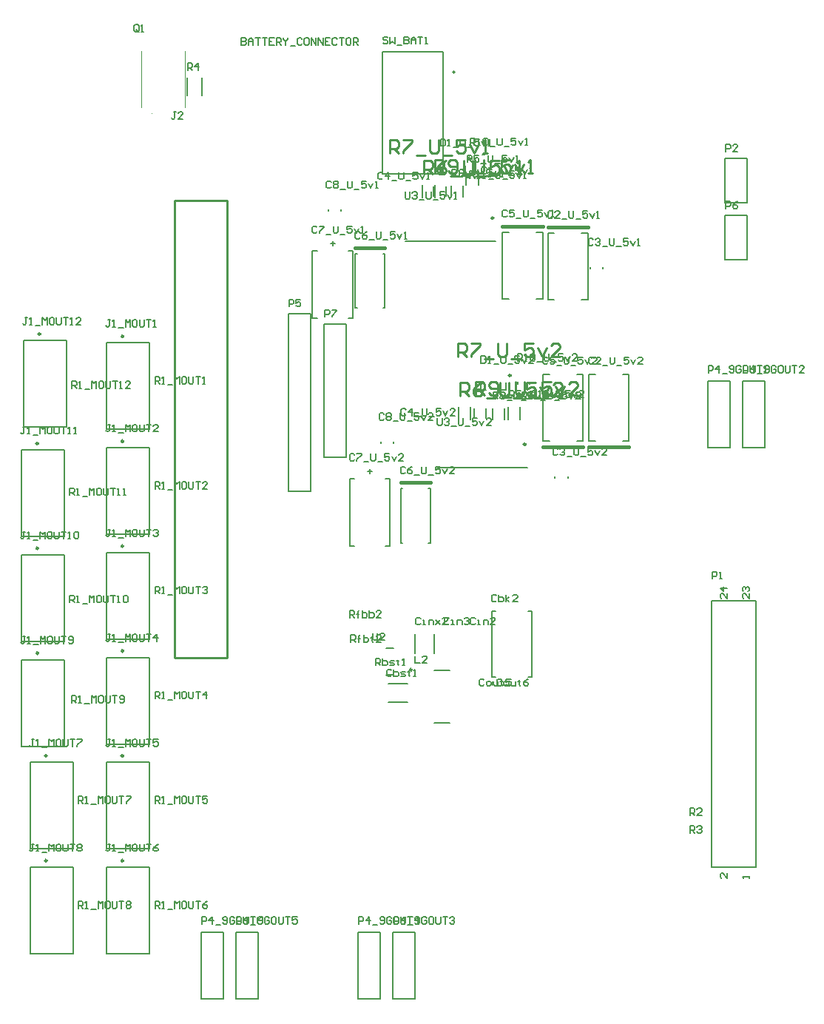
<source format=gto>
G04*
G04 #@! TF.GenerationSoftware,Altium Limited,Altium Designer,21.2.2 (38)*
G04*
G04 Layer_Color=65535*
%FSLAX25Y25*%
%MOIN*%
G70*
G04*
G04 #@! TF.SameCoordinates,CEF95F07-8C43-49F3-AA8E-E0B24A2A1908*
G04*
G04*
G04 #@! TF.FilePolarity,Positive*
G04*
G01*
G75*
%ADD10C,0.00984*%
%ADD11C,0.00394*%
%ADD12C,0.00787*%
%ADD13C,0.01575*%
%ADD14C,0.01000*%
D10*
X237913Y260256D02*
G03*
X237913Y260256I-492J0D01*
G01*
X19193Y309842D02*
G03*
X19193Y309842I-492J0D01*
G01*
X223386Y362205D02*
G03*
X223386Y362205I-492J0D01*
G01*
X212933Y388957D02*
G03*
X212933Y388957I-492J0D01*
G01*
X18299Y166142D02*
G03*
X18299Y166142I-492J0D01*
G01*
X231201Y291240D02*
G03*
X231201Y291240I-492J0D01*
G01*
X18209Y260630D02*
G03*
X18209Y260630I-492J0D01*
G01*
Y213386D02*
G03*
X18209Y213386I-492J0D01*
G01*
X223248Y152362D02*
G03*
X223248Y152362I-492J0D01*
G01*
X22146Y72638D02*
G03*
X22146Y72638I-492J0D01*
G01*
X186634Y158661D02*
G03*
X186634Y158661I-492J0D01*
G01*
X56594Y308858D02*
G03*
X56594Y308858I-492J0D01*
G01*
Y261614D02*
G03*
X56594Y261614I-492J0D01*
G01*
X56594Y214370D02*
G03*
X56594Y214370I-492J0D01*
G01*
Y167126D02*
G03*
X56594Y167126I-492J0D01*
G01*
X56594Y119882D02*
G03*
X56594Y119882I-492J0D01*
G01*
Y72638D02*
G03*
X56594Y72638I-492J0D01*
G01*
X22146Y119882D02*
G03*
X22146Y119882I-492J0D01*
G01*
D11*
X69331Y409055D02*
G03*
X69724Y409055I197J0D01*
G01*
D02*
G03*
X69331Y409055I-197J0D01*
G01*
X64705Y412205D02*
Y437402D01*
X84193Y412205D02*
Y437402D01*
D12*
X205815Y427886D02*
G03*
X205815Y427886I-484J0D01*
G01*
X198228Y249823D02*
X238779D01*
X227402Y325768D02*
X230256D01*
X227402Y355689D02*
X230256D01*
X242657Y325768D02*
X245512D01*
X242657Y355689D02*
X245512D01*
X227402Y325768D02*
Y355689D01*
X245512Y325768D02*
Y355689D01*
X11614Y267913D02*
X30906D01*
Y306890D01*
X11614D02*
X30906D01*
X11614Y267913D02*
Y306890D01*
X172736Y260728D02*
Y261319D01*
X178445Y260728D02*
Y261319D01*
X201811Y372126D02*
Y376260D01*
X196299Y372126D02*
Y376260D01*
X196836Y371294D02*
Y377092D01*
X191432Y371294D02*
Y377092D01*
X183701Y351772D02*
X224252D01*
X218248Y390728D02*
X219232D01*
X218248Y385216D02*
X219232D01*
X204272Y371688D02*
Y376698D01*
X209587Y371688D02*
Y376698D01*
X211117Y377200D02*
Y382997D01*
X216521Y377200D02*
Y382997D01*
X199213Y382461D02*
X201811D01*
X199213D02*
Y385669D01*
X208110Y382461D02*
X210709D01*
Y385669D01*
X148957Y365335D02*
Y365925D01*
X154665Y365335D02*
Y365925D01*
X159882Y317008D02*
Y347323D01*
X141772Y317008D02*
X143799D01*
X157854D02*
X159882D01*
X141772D02*
Y347323D01*
X143799D01*
X157854D02*
X159882D01*
X150827Y349685D02*
Y351654D01*
X149843Y350669D02*
X151811D01*
X161063Y321732D02*
X161850D01*
X161063Y346142D02*
X161850D01*
X173661Y321732D02*
X174449D01*
X173661Y346142D02*
X174449D01*
X161063Y321732D02*
Y346142D01*
X174449Y321732D02*
Y346142D01*
X272776Y339449D02*
Y340039D01*
X267067Y339449D02*
Y340039D01*
X265945Y325295D02*
Y355217D01*
X247835Y325295D02*
Y355217D01*
X263090D02*
X265945D01*
X263090Y325295D02*
X265945D01*
X247835Y355217D02*
X250689D01*
X247835Y325295D02*
X250689D01*
X10720Y124213D02*
X30012D01*
Y163189D01*
X10720D02*
X30012D01*
X10720Y124213D02*
Y163189D01*
X220079Y272146D02*
Y276279D01*
X214567Y272146D02*
Y276279D01*
X212938Y271224D02*
Y277021D01*
X207535Y271224D02*
Y277021D01*
X239764Y287500D02*
Y288484D01*
X234252Y287500D02*
Y288484D01*
X228248Y271421D02*
Y276431D01*
X222933Y271421D02*
Y276431D01*
X235379Y271224D02*
Y277021D01*
X229975Y271224D02*
Y277021D01*
X228976Y284744D02*
Y287953D01*
X226378Y284744D02*
X228976D01*
X217480D02*
Y287953D01*
Y284744D02*
X220079D01*
X166732Y248130D02*
X168701D01*
X167717Y247146D02*
Y249114D01*
X174744Y244783D02*
X176772D01*
X158661D02*
X160689D01*
X158661Y214469D02*
Y244783D01*
X174744Y214469D02*
X176772D01*
X158661D02*
X160689D01*
X176772D02*
Y244783D01*
X194882Y215846D02*
Y240256D01*
X181496Y215846D02*
Y240256D01*
X194095D02*
X194882D01*
X194095Y215846D02*
X194882D01*
X181496Y240256D02*
X182283D01*
X181496Y215846D02*
X182283D01*
X260925Y291732D02*
X263779D01*
X260925Y261811D02*
X263779D01*
X245669Y291732D02*
X248524D01*
X245669Y261811D02*
X248524D01*
X263779D02*
Y291732D01*
X245669Y261811D02*
Y291732D01*
X251083Y244980D02*
Y245571D01*
X256791Y244980D02*
Y245571D01*
X281594Y291732D02*
X284449D01*
X281594Y261811D02*
X284449D01*
X266339Y291732D02*
X269193D01*
X266339Y261811D02*
X269193D01*
X284449D02*
Y291732D01*
X266339Y261811D02*
Y291732D01*
X10630Y218701D02*
Y257677D01*
X29921D01*
Y218701D02*
Y257677D01*
X10630Y218701D02*
X29921D01*
X10630Y171457D02*
Y210433D01*
X29921D01*
Y171457D02*
Y210433D01*
X10630Y171457D02*
X29921D01*
X146968Y314528D02*
X156968D01*
X146968Y254528D02*
X156968D01*
X146968D02*
Y314528D01*
X156968Y254528D02*
Y314528D01*
X321614Y189803D02*
X341614D01*
X321614Y69803D02*
X341614D01*
X321614D02*
Y189803D01*
X341614Y69803D02*
Y189803D01*
X239095Y185039D02*
X240473D01*
X222756D02*
X224134D01*
X222756Y155512D02*
X224134D01*
X239095D02*
X240473D01*
Y185039D01*
X222756Y155512D02*
Y185039D01*
X196772Y158464D02*
X203465D01*
X196772Y134842D02*
X203465D01*
X14567Y30709D02*
Y69685D01*
X33858D01*
Y30709D02*
Y69685D01*
X14567Y30709D02*
X33858D01*
X130827Y319094D02*
X140827D01*
Y239094D02*
Y319094D01*
X130827Y239094D02*
X140827D01*
X130827D02*
Y319094D01*
X91457Y10433D02*
Y40433D01*
Y10433D02*
X101457D01*
Y40433D01*
X91457D02*
X101457D01*
X327677Y343268D02*
Y363268D01*
Y343268D02*
X337677D01*
Y363268D01*
X327677D02*
X337677D01*
X174823Y168405D02*
X178170D01*
X174823Y156398D02*
X178170D01*
X92028Y417299D02*
Y425221D01*
X85138Y417299D02*
Y425221D01*
X196476Y165945D02*
Y174606D01*
X188012Y165945D02*
Y174606D01*
X200787Y381890D02*
Y437008D01*
X173228Y381890D02*
X200787D01*
X173228D02*
Y437008D01*
X200787D01*
X176102Y152461D02*
X184764D01*
X176102Y143996D02*
X184764D01*
X49016Y266929D02*
X68307D01*
Y305905D01*
X49016D02*
X68307D01*
X49016Y266929D02*
Y305905D01*
Y219685D02*
X68307D01*
Y258661D01*
X49016D02*
X68307D01*
X49016Y219685D02*
Y258661D01*
Y172441D02*
X68307D01*
Y211417D01*
X49016D02*
X68307D01*
X49016Y172441D02*
Y211417D01*
Y125197D02*
X68307D01*
Y164173D01*
X49016D02*
X68307D01*
X49016Y125197D02*
Y164173D01*
Y77953D02*
Y116929D01*
X68307D01*
Y77953D02*
Y116929D01*
X49016Y77953D02*
X68307D01*
X49016Y30709D02*
Y69685D01*
X68307D01*
Y30709D02*
Y69685D01*
X49016Y30709D02*
X68307D01*
X14567Y77953D02*
Y116929D01*
X33858D01*
Y77953D02*
Y116929D01*
X14567Y77953D02*
X33858D01*
X327677Y369016D02*
Y389016D01*
X337677D01*
X327677Y369016D02*
X337677D01*
Y389016D01*
X319803Y258780D02*
X329803D01*
X319803D02*
Y288780D01*
X329803D01*
Y258780D02*
Y288780D01*
X345551Y258780D02*
Y288780D01*
X335551D02*
X345551D01*
X335551Y258780D02*
Y288780D01*
Y258780D02*
X345551D01*
X178071Y10433D02*
Y40433D01*
Y10433D02*
X188071D01*
Y40433D01*
X178071D02*
X188071D01*
X162323D02*
X172323D01*
Y10433D02*
Y40433D01*
X162323Y10433D02*
X172323D01*
X162323D02*
Y40433D01*
X107205Y10433D02*
Y40433D01*
Y10433D02*
X117205D01*
Y40433D01*
X107205D02*
X117205D01*
X198083Y271923D02*
Y269299D01*
X198607Y268774D01*
X199657D01*
X200182Y269299D01*
Y271923D01*
X201231Y271398D02*
X201756Y271923D01*
X202806D01*
X203330Y271398D01*
Y270873D01*
X202806Y270348D01*
X202281D01*
X202806D01*
X203330Y269824D01*
Y269299D01*
X202806Y268774D01*
X201756D01*
X201231Y269299D01*
X204380Y268249D02*
X206479D01*
X207528Y271923D02*
Y269299D01*
X208053Y268774D01*
X209103D01*
X209628Y269299D01*
Y271923D01*
X210677Y268249D02*
X212776D01*
X215925Y271923D02*
X213826D01*
Y270348D01*
X214875Y270873D01*
X215400D01*
X215925Y270348D01*
Y269299D01*
X215400Y268774D01*
X214350D01*
X213826Y269299D01*
X216974Y270873D02*
X218024Y268774D01*
X219073Y270873D01*
X222222Y268774D02*
X220123D01*
X222222Y270873D01*
Y271398D01*
X221697Y271923D01*
X220648D01*
X220123Y271398D01*
X338614Y64803D02*
Y65853D01*
Y65328D01*
X335466D01*
X335990Y64803D01*
X328614Y66902D02*
Y64803D01*
X326515Y66902D01*
X325990D01*
X325466Y66377D01*
Y65328D01*
X325990Y64803D01*
X338614Y192902D02*
Y190803D01*
X336515Y192902D01*
X335990D01*
X335466Y192377D01*
Y191328D01*
X335990Y190803D01*
Y193952D02*
X335466Y194476D01*
Y195526D01*
X335990Y196051D01*
X336515D01*
X337040Y195526D01*
Y195001D01*
Y195526D01*
X337565Y196051D01*
X338089D01*
X338614Y195526D01*
Y194476D01*
X338089Y193952D01*
X328614Y192902D02*
Y190803D01*
X326515Y192902D01*
X325990D01*
X325466Y192377D01*
Y191328D01*
X325990Y190803D01*
X328614Y195526D02*
X325466D01*
X327040Y193952D01*
Y196051D01*
X183583Y373923D02*
Y371299D01*
X184107Y370774D01*
X185157D01*
X185682Y371299D01*
Y373923D01*
X186731Y373398D02*
X187256Y373923D01*
X188306D01*
X188830Y373398D01*
Y372873D01*
X188306Y372348D01*
X187781D01*
X188306D01*
X188830Y371824D01*
Y371299D01*
X188306Y370774D01*
X187256D01*
X186731Y371299D01*
X189880Y370249D02*
X191979D01*
X193028Y373923D02*
Y371299D01*
X193553Y370774D01*
X194603D01*
X195127Y371299D01*
Y373923D01*
X196177Y370249D02*
X198276D01*
X201425Y373923D02*
X199326D01*
Y372348D01*
X200375Y372873D01*
X200900D01*
X201425Y372348D01*
Y371299D01*
X200900Y370774D01*
X199850D01*
X199326Y371299D01*
X202474Y372873D02*
X203524Y370774D01*
X204573Y372873D01*
X205623Y370774D02*
X206672D01*
X206148D01*
Y373923D01*
X205623Y373398D01*
X236283Y280674D02*
Y283823D01*
X237857D01*
X238382Y283298D01*
Y282248D01*
X237857Y281723D01*
X236283D01*
X237332D02*
X238382Y280674D01*
X239431D02*
X240481D01*
X239956D01*
Y283823D01*
X239431Y283298D01*
X242055Y280674D02*
X243105D01*
X242580D01*
Y283823D01*
X242055Y283298D01*
X244679Y280149D02*
X246778D01*
X247828Y283823D02*
Y281199D01*
X248352Y280674D01*
X249402D01*
X249927Y281199D01*
Y283823D01*
X250976Y280149D02*
X253075D01*
X256224Y283823D02*
X254125D01*
Y282248D01*
X255174Y282773D01*
X255699D01*
X256224Y282248D01*
Y281199D01*
X255699Y280674D01*
X254649D01*
X254125Y281199D01*
X257273Y282773D02*
X258323Y280674D01*
X259372Y282773D01*
X262521Y280674D02*
X260422D01*
X262521Y282773D01*
Y283298D01*
X261996Y283823D01*
X260947D01*
X260422Y283298D01*
X212783Y380174D02*
Y383323D01*
X214357D01*
X214882Y382798D01*
Y381748D01*
X214357Y381224D01*
X212783D01*
X213832D02*
X214882Y380174D01*
X215931D02*
X216981D01*
X216456D01*
Y383323D01*
X215931Y382798D01*
X218555Y380174D02*
X219605D01*
X219080D01*
Y383323D01*
X218555Y382798D01*
X221179Y379649D02*
X223278D01*
X224327Y383323D02*
Y380699D01*
X224852Y380174D01*
X225902D01*
X226427Y380699D01*
Y383323D01*
X227476Y379649D02*
X229575D01*
X232724Y383323D02*
X230625D01*
Y381748D01*
X231674Y382273D01*
X232199D01*
X232724Y381748D01*
Y380699D01*
X232199Y380174D01*
X231150D01*
X230625Y380699D01*
X233773Y382273D02*
X234823Y380174D01*
X235872Y382273D01*
X236922Y380174D02*
X237971D01*
X237447D01*
Y383323D01*
X236922Y382798D01*
X234183Y297774D02*
Y300923D01*
X235757D01*
X236282Y300398D01*
Y299348D01*
X235757Y298823D01*
X234183D01*
X235232D02*
X236282Y297774D01*
X237331D02*
X238381D01*
X237856D01*
Y300923D01*
X237331Y300398D01*
X239955D02*
X240480Y300923D01*
X241529D01*
X242054Y300398D01*
Y298299D01*
X241529Y297774D01*
X240480D01*
X239955Y298299D01*
Y300398D01*
X243104Y297249D02*
X245203D01*
X246252Y300923D02*
Y298299D01*
X246777Y297774D01*
X247827D01*
X248351Y298299D01*
Y300923D01*
X249401Y297249D02*
X251500D01*
X254648Y300923D02*
X252550D01*
Y299348D01*
X253599Y299873D01*
X254124D01*
X254648Y299348D01*
Y298299D01*
X254124Y297774D01*
X253074D01*
X252550Y298299D01*
X255698Y299873D02*
X256748Y297774D01*
X257797Y299873D01*
X260946Y297774D02*
X258847D01*
X260946Y299873D01*
Y300398D01*
X260421Y300923D01*
X259371D01*
X258847Y300398D01*
X212983Y394974D02*
Y398123D01*
X214557D01*
X215082Y397598D01*
Y396548D01*
X214557Y396024D01*
X212983D01*
X214032D02*
X215082Y394974D01*
X216131D02*
X217181D01*
X216656D01*
Y398123D01*
X216131Y397598D01*
X218755D02*
X219280Y398123D01*
X220329D01*
X220854Y397598D01*
Y395499D01*
X220329Y394974D01*
X219280D01*
X218755Y395499D01*
Y397598D01*
X221904Y394449D02*
X224003D01*
X225052Y398123D02*
Y395499D01*
X225577Y394974D01*
X226627D01*
X227151Y395499D01*
Y398123D01*
X228201Y394449D02*
X230300D01*
X233449Y398123D02*
X231349D01*
Y396548D01*
X232399Y397073D01*
X232924D01*
X233449Y396548D01*
Y395499D01*
X232924Y394974D01*
X231874D01*
X231349Y395499D01*
X234498Y397073D02*
X235548Y394974D01*
X236597Y397073D01*
X237647Y394974D02*
X238696D01*
X238171D01*
Y398123D01*
X237647Y397598D01*
X223283Y280574D02*
Y283723D01*
X224857D01*
X225382Y283198D01*
Y282148D01*
X224857Y281624D01*
X223283D01*
X224332D02*
X225382Y280574D01*
X226431Y283198D02*
X226956Y283723D01*
X228006D01*
X228530Y283198D01*
Y282673D01*
X228006Y282148D01*
X228530Y281624D01*
Y281099D01*
X228006Y280574D01*
X226956D01*
X226431Y281099D01*
Y281624D01*
X226956Y282148D01*
X226431Y282673D01*
Y283198D01*
X226956Y282148D02*
X228006D01*
X229580Y280049D02*
X231679D01*
X232729Y283723D02*
Y281099D01*
X233253Y280574D01*
X234303D01*
X234827Y281099D01*
Y283723D01*
X235877Y280049D02*
X237976D01*
X241125Y283723D02*
X239026D01*
Y282148D01*
X240075Y282673D01*
X240600D01*
X241125Y282148D01*
Y281099D01*
X240600Y280574D01*
X239550D01*
X239026Y281099D01*
X242174Y282673D02*
X243224Y280574D01*
X244273Y282673D01*
X247422Y280574D02*
X245323D01*
X247422Y282673D01*
Y283198D01*
X246897Y283723D01*
X245848D01*
X245323Y283198D01*
X204683Y380774D02*
Y383923D01*
X206257D01*
X206782Y383398D01*
Y382348D01*
X206257Y381823D01*
X204683D01*
X205732D02*
X206782Y380774D01*
X207831Y383398D02*
X208356Y383923D01*
X209406D01*
X209930Y383398D01*
Y382873D01*
X209406Y382348D01*
X209930Y381823D01*
Y381299D01*
X209406Y380774D01*
X208356D01*
X207831Y381299D01*
Y381823D01*
X208356Y382348D01*
X207831Y382873D01*
Y383398D01*
X208356Y382348D02*
X209406D01*
X210980Y380249D02*
X213079D01*
X214128Y383923D02*
Y381299D01*
X214653Y380774D01*
X215703D01*
X216228Y381299D01*
Y383923D01*
X217277Y380249D02*
X219376D01*
X222525Y383923D02*
X220426D01*
Y382348D01*
X221475Y382873D01*
X222000D01*
X222525Y382348D01*
Y381299D01*
X222000Y380774D01*
X220950D01*
X220426Y381299D01*
X223574Y382873D02*
X224624Y380774D01*
X225673Y382873D01*
X226723Y380774D02*
X227772D01*
X227248D01*
Y383923D01*
X226723Y383398D01*
X230383Y281274D02*
Y284423D01*
X231957D01*
X232482Y283898D01*
Y282848D01*
X231957Y282324D01*
X230383D01*
X231432D02*
X232482Y281274D01*
X235630Y284423D02*
X233531D01*
Y282848D01*
X234581Y283373D01*
X235106D01*
X235630Y282848D01*
Y281799D01*
X235106Y281274D01*
X234056D01*
X233531Y281799D01*
X236680Y280749D02*
X238779D01*
X239828Y284423D02*
Y281799D01*
X240353Y281274D01*
X241403D01*
X241928Y281799D01*
Y284423D01*
X242977Y280749D02*
X245076D01*
X248225Y284423D02*
X246126D01*
Y282848D01*
X247175Y283373D01*
X247700D01*
X248225Y282848D01*
Y281799D01*
X247700Y281274D01*
X246650D01*
X246126Y281799D01*
X249274Y283373D02*
X250324Y281274D01*
X251373Y283373D01*
X254522Y281274D02*
X252423D01*
X254522Y283373D01*
Y283898D01*
X253997Y284423D01*
X252948D01*
X252423Y283898D01*
X211483Y387274D02*
Y390423D01*
X213057D01*
X213582Y389898D01*
Y388848D01*
X213057Y388323D01*
X211483D01*
X212532D02*
X213582Y387274D01*
X216730Y390423D02*
X214631D01*
Y388848D01*
X215681Y389373D01*
X216206D01*
X216730Y388848D01*
Y387799D01*
X216206Y387274D01*
X215156D01*
X214631Y387799D01*
X217780Y386749D02*
X219879D01*
X220929Y390423D02*
Y387799D01*
X221453Y387274D01*
X222503D01*
X223027Y387799D01*
Y390423D01*
X224077Y386749D02*
X226176D01*
X229325Y390423D02*
X227226D01*
Y388848D01*
X228275Y389373D01*
X228800D01*
X229325Y388848D01*
Y387799D01*
X228800Y387274D01*
X227750D01*
X227226Y387799D01*
X230374Y389373D02*
X231424Y387274D01*
X232473Y389373D01*
X233523Y387274D02*
X234572D01*
X234048D01*
Y390423D01*
X233523Y389898D01*
X217783Y299923D02*
Y296774D01*
X219357D01*
X219882Y297299D01*
Y299398D01*
X219357Y299923D01*
X217783D01*
X220931Y296774D02*
X221981D01*
X221456D01*
Y299923D01*
X220931Y299398D01*
X223555Y296249D02*
X225654D01*
X226704Y299923D02*
Y297299D01*
X227228Y296774D01*
X228278D01*
X228803Y297299D01*
Y299923D01*
X229852Y296249D02*
X231951D01*
X235100Y299923D02*
X233001D01*
Y298348D01*
X234050Y298873D01*
X234575D01*
X235100Y298348D01*
Y297299D01*
X234575Y296774D01*
X233526D01*
X233001Y297299D01*
X236150Y298873D02*
X237199Y296774D01*
X238248Y298873D01*
X241397Y296774D02*
X239298D01*
X241397Y298873D01*
Y299398D01*
X240872Y299923D01*
X239823D01*
X239298Y299398D01*
X199483Y397723D02*
Y394574D01*
X201057D01*
X201582Y395099D01*
Y397198D01*
X201057Y397723D01*
X199483D01*
X202631Y394574D02*
X203681D01*
X203156D01*
Y397723D01*
X202631Y397198D01*
X205255Y394049D02*
X207354D01*
X208404Y397723D02*
Y395099D01*
X208928Y394574D01*
X209978D01*
X210503Y395099D01*
Y397723D01*
X211552Y394049D02*
X213651D01*
X216800Y397723D02*
X214701D01*
Y396148D01*
X215750Y396673D01*
X216275D01*
X216800Y396148D01*
Y395099D01*
X216275Y394574D01*
X215226D01*
X214701Y395099D01*
X217849Y396673D02*
X218899Y394574D01*
X219949Y396673D01*
X220998Y394574D02*
X222048D01*
X221523D01*
Y397723D01*
X220998Y397198D01*
X173982Y273698D02*
X173457Y274223D01*
X172407D01*
X171883Y273698D01*
Y271599D01*
X172407Y271074D01*
X173457D01*
X173982Y271599D01*
X175031Y273698D02*
X175556Y274223D01*
X176606D01*
X177130Y273698D01*
Y273173D01*
X176606Y272648D01*
X177130Y272124D01*
Y271599D01*
X176606Y271074D01*
X175556D01*
X175031Y271599D01*
Y272124D01*
X175556Y272648D01*
X175031Y273173D01*
Y273698D01*
X175556Y272648D02*
X176606D01*
X178180Y270549D02*
X180279D01*
X181328Y274223D02*
Y271599D01*
X181853Y271074D01*
X182903D01*
X183428Y271599D01*
Y274223D01*
X184477Y270549D02*
X186576D01*
X189725Y274223D02*
X187626D01*
Y272648D01*
X188675Y273173D01*
X189200D01*
X189725Y272648D01*
Y271599D01*
X189200Y271074D01*
X188150D01*
X187626Y271599D01*
X190774Y273173D02*
X191824Y271074D01*
X192873Y273173D01*
X196022Y271074D02*
X193923D01*
X196022Y273173D01*
Y273698D01*
X195497Y274223D01*
X194448D01*
X193923Y273698D01*
X150182Y378298D02*
X149657Y378823D01*
X148607D01*
X148083Y378298D01*
Y376199D01*
X148607Y375674D01*
X149657D01*
X150182Y376199D01*
X151231Y378298D02*
X151756Y378823D01*
X152806D01*
X153330Y378298D01*
Y377773D01*
X152806Y377248D01*
X153330Y376724D01*
Y376199D01*
X152806Y375674D01*
X151756D01*
X151231Y376199D01*
Y376724D01*
X151756Y377248D01*
X151231Y377773D01*
Y378298D01*
X151756Y377248D02*
X152806D01*
X154380Y375149D02*
X156479D01*
X157528Y378823D02*
Y376199D01*
X158053Y375674D01*
X159103D01*
X159627Y376199D01*
Y378823D01*
X160677Y375149D02*
X162776D01*
X165925Y378823D02*
X163826D01*
Y377248D01*
X164875Y377773D01*
X165400D01*
X165925Y377248D01*
Y376199D01*
X165400Y375674D01*
X164350D01*
X163826Y376199D01*
X166974Y377773D02*
X168024Y375674D01*
X169073Y377773D01*
X170123Y375674D02*
X171172D01*
X170648D01*
Y378823D01*
X170123Y378298D01*
X160682Y255398D02*
X160157Y255923D01*
X159107D01*
X158583Y255398D01*
Y253299D01*
X159107Y252774D01*
X160157D01*
X160682Y253299D01*
X161731Y255923D02*
X163830D01*
Y255398D01*
X161731Y253299D01*
Y252774D01*
X164880Y252249D02*
X166979D01*
X168028Y255923D02*
Y253299D01*
X168553Y252774D01*
X169603D01*
X170127Y253299D01*
Y255923D01*
X171177Y252249D02*
X173276D01*
X176425Y255923D02*
X174326D01*
Y254348D01*
X175375Y254873D01*
X175900D01*
X176425Y254348D01*
Y253299D01*
X175900Y252774D01*
X174850D01*
X174326Y253299D01*
X177474Y254873D02*
X178524Y252774D01*
X179573Y254873D01*
X182722Y252774D02*
X180623D01*
X182722Y254873D01*
Y255398D01*
X182197Y255923D01*
X181148D01*
X180623Y255398D01*
X143782Y357998D02*
X143257Y358523D01*
X142207D01*
X141683Y357998D01*
Y355899D01*
X142207Y355374D01*
X143257D01*
X143782Y355899D01*
X144831Y358523D02*
X146930D01*
Y357998D01*
X144831Y355899D01*
Y355374D01*
X147980Y354849D02*
X150079D01*
X151128Y358523D02*
Y355899D01*
X151653Y355374D01*
X152703D01*
X153227Y355899D01*
Y358523D01*
X154277Y354849D02*
X156376D01*
X159525Y358523D02*
X157426D01*
Y356948D01*
X158475Y357473D01*
X159000D01*
X159525Y356948D01*
Y355899D01*
X159000Y355374D01*
X157950D01*
X157426Y355899D01*
X160574Y357473D02*
X161624Y355374D01*
X162673Y357473D01*
X163723Y355374D02*
X164772D01*
X164248D01*
Y358523D01*
X163723Y357998D01*
X183582Y249598D02*
X183057Y250123D01*
X182007D01*
X181483Y249598D01*
Y247499D01*
X182007Y246974D01*
X183057D01*
X183582Y247499D01*
X186730Y250123D02*
X185681Y249598D01*
X184631Y248548D01*
Y247499D01*
X185156Y246974D01*
X186206D01*
X186730Y247499D01*
Y248024D01*
X186206Y248548D01*
X184631D01*
X187780Y246449D02*
X189879D01*
X190928Y250123D02*
Y247499D01*
X191453Y246974D01*
X192503D01*
X193027Y247499D01*
Y250123D01*
X194077Y246449D02*
X196176D01*
X199325Y250123D02*
X197226D01*
Y248548D01*
X198275Y249073D01*
X198800D01*
X199325Y248548D01*
Y247499D01*
X198800Y246974D01*
X197750D01*
X197226Y247499D01*
X200374Y249073D02*
X201424Y246974D01*
X202473Y249073D01*
X205622Y246974D02*
X203523D01*
X205622Y249073D01*
Y249598D01*
X205097Y250123D01*
X204048D01*
X203523Y249598D01*
X163182Y355498D02*
X162657Y356023D01*
X161607D01*
X161083Y355498D01*
Y353399D01*
X161607Y352874D01*
X162657D01*
X163182Y353399D01*
X166330Y356023D02*
X165281Y355498D01*
X164231Y354448D01*
Y353399D01*
X164756Y352874D01*
X165806D01*
X166330Y353399D01*
Y353924D01*
X165806Y354448D01*
X164231D01*
X167380Y352349D02*
X169479D01*
X170528Y356023D02*
Y353399D01*
X171053Y352874D01*
X172103D01*
X172627Y353399D01*
Y356023D01*
X173677Y352349D02*
X175776D01*
X178925Y356023D02*
X176826D01*
Y354448D01*
X177875Y354973D01*
X178400D01*
X178925Y354448D01*
Y353399D01*
X178400Y352874D01*
X177350D01*
X176826Y353399D01*
X179974Y354973D02*
X181024Y352874D01*
X182073Y354973D01*
X183123Y352874D02*
X184172D01*
X183648D01*
Y356023D01*
X183123Y355498D01*
X247782Y298998D02*
X247257Y299523D01*
X246207D01*
X245683Y298998D01*
Y296899D01*
X246207Y296374D01*
X247257D01*
X247782Y296899D01*
X250930Y299523D02*
X248831D01*
Y297948D01*
X249881Y298473D01*
X250406D01*
X250930Y297948D01*
Y296899D01*
X250406Y296374D01*
X249356D01*
X248831Y296899D01*
X251980Y295849D02*
X254079D01*
X255129Y299523D02*
Y296899D01*
X255653Y296374D01*
X256703D01*
X257227Y296899D01*
Y299523D01*
X258277Y295849D02*
X260376D01*
X263525Y299523D02*
X261426D01*
Y297948D01*
X262475Y298473D01*
X263000D01*
X263525Y297948D01*
Y296899D01*
X263000Y296374D01*
X261950D01*
X261426Y296899D01*
X264574Y298473D02*
X265624Y296374D01*
X266673Y298473D01*
X269822Y296374D02*
X267723D01*
X269822Y298473D01*
Y298998D01*
X269297Y299523D01*
X268248D01*
X267723Y298998D01*
X229482Y365298D02*
X228957Y365823D01*
X227907D01*
X227383Y365298D01*
Y363199D01*
X227907Y362674D01*
X228957D01*
X229482Y363199D01*
X232630Y365823D02*
X230531D01*
Y364248D01*
X231581Y364773D01*
X232106D01*
X232630Y364248D01*
Y363199D01*
X232106Y362674D01*
X231056D01*
X230531Y363199D01*
X233680Y362149D02*
X235779D01*
X236828Y365823D02*
Y363199D01*
X237353Y362674D01*
X238403D01*
X238928Y363199D01*
Y365823D01*
X239977Y362149D02*
X242076D01*
X245225Y365823D02*
X243126D01*
Y364248D01*
X244175Y364773D01*
X244700D01*
X245225Y364248D01*
Y363199D01*
X244700Y362674D01*
X243650D01*
X243126Y363199D01*
X246274Y364773D02*
X247324Y362674D01*
X248373Y364773D01*
X249423Y362674D02*
X250472D01*
X249948D01*
Y365823D01*
X249423Y365298D01*
X183882Y275798D02*
X183357Y276323D01*
X182307D01*
X181783Y275798D01*
Y273699D01*
X182307Y273174D01*
X183357D01*
X183882Y273699D01*
X186506Y273174D02*
Y276323D01*
X184931Y274748D01*
X187030D01*
X188080Y272649D02*
X190179D01*
X191228Y276323D02*
Y273699D01*
X191753Y273174D01*
X192803D01*
X193327Y273699D01*
Y276323D01*
X194377Y272649D02*
X196476D01*
X199625Y276323D02*
X197526D01*
Y274748D01*
X198575Y275273D01*
X199100D01*
X199625Y274748D01*
Y273699D01*
X199100Y273174D01*
X198050D01*
X197526Y273699D01*
X200674Y275273D02*
X201724Y273174D01*
X202773Y275273D01*
X205922Y273174D02*
X203823D01*
X205922Y275273D01*
Y275798D01*
X205397Y276323D01*
X204348D01*
X203823Y275798D01*
X173442Y382213D02*
X172917Y382738D01*
X171867D01*
X171343Y382213D01*
Y380114D01*
X171867Y379589D01*
X172917D01*
X173442Y380114D01*
X176065Y379589D02*
Y382738D01*
X174491Y381163D01*
X176590D01*
X177640Y379064D02*
X179739D01*
X180788Y382738D02*
Y380114D01*
X181313Y379589D01*
X182363D01*
X182887Y380114D01*
Y382738D01*
X183937Y379064D02*
X186036D01*
X189184Y382738D02*
X187085D01*
Y381163D01*
X188135Y381688D01*
X188660D01*
X189184Y381163D01*
Y380114D01*
X188660Y379589D01*
X187610D01*
X187085Y380114D01*
X190234Y381688D02*
X191284Y379589D01*
X192333Y381688D01*
X193383Y379589D02*
X194432D01*
X193907D01*
Y382738D01*
X193383Y382213D01*
X252282Y257898D02*
X251757Y258423D01*
X250708D01*
X250183Y257898D01*
Y255799D01*
X250708Y255274D01*
X251757D01*
X252282Y255799D01*
X253331Y257898D02*
X253856Y258423D01*
X254906D01*
X255430Y257898D01*
Y257373D01*
X254906Y256848D01*
X254381D01*
X254906D01*
X255430Y256324D01*
Y255799D01*
X254906Y255274D01*
X253856D01*
X253331Y255799D01*
X256480Y254749D02*
X258579D01*
X259629Y258423D02*
Y255799D01*
X260153Y255274D01*
X261203D01*
X261727Y255799D01*
Y258423D01*
X262777Y254749D02*
X264876D01*
X268025Y258423D02*
X265926D01*
Y256848D01*
X266975Y257373D01*
X267500D01*
X268025Y256848D01*
Y255799D01*
X267500Y255274D01*
X266450D01*
X265926Y255799D01*
X269074Y257373D02*
X270124Y255274D01*
X271173Y257373D01*
X274322Y255274D02*
X272223D01*
X274322Y257373D01*
Y257898D01*
X273797Y258423D01*
X272748D01*
X272223Y257898D01*
X268282Y352398D02*
X267757Y352923D01*
X266707D01*
X266183Y352398D01*
Y350299D01*
X266707Y349774D01*
X267757D01*
X268282Y350299D01*
X269331Y352398D02*
X269856Y352923D01*
X270906D01*
X271430Y352398D01*
Y351873D01*
X270906Y351348D01*
X270381D01*
X270906D01*
X271430Y350823D01*
Y350299D01*
X270906Y349774D01*
X269856D01*
X269331Y350299D01*
X272480Y349249D02*
X274579D01*
X275628Y352923D02*
Y350299D01*
X276153Y349774D01*
X277203D01*
X277728Y350299D01*
Y352923D01*
X278777Y349249D02*
X280876D01*
X284025Y352923D02*
X281926D01*
Y351348D01*
X282975Y351873D01*
X283500D01*
X284025Y351348D01*
Y350299D01*
X283500Y349774D01*
X282450D01*
X281926Y350299D01*
X285074Y351873D02*
X286124Y349774D01*
X287173Y351873D01*
X288223Y349774D02*
X289272D01*
X288748D01*
Y352923D01*
X288223Y352398D01*
X268482Y298998D02*
X267957Y299523D01*
X266908D01*
X266383Y298998D01*
Y296899D01*
X266908Y296374D01*
X267957D01*
X268482Y296899D01*
X271630Y296374D02*
X269531D01*
X271630Y298473D01*
Y298998D01*
X271106Y299523D01*
X270056D01*
X269531Y298998D01*
X272680Y295849D02*
X274779D01*
X275829Y299523D02*
Y296899D01*
X276353Y296374D01*
X277403D01*
X277927Y296899D01*
Y299523D01*
X278977Y295849D02*
X281076D01*
X284225Y299523D02*
X282126D01*
Y297948D01*
X283175Y298473D01*
X283700D01*
X284225Y297948D01*
Y296899D01*
X283700Y296374D01*
X282650D01*
X282126Y296899D01*
X285274Y298473D02*
X286324Y296374D01*
X287373Y298473D01*
X290522Y296374D02*
X288423D01*
X290522Y298473D01*
Y298998D01*
X289997Y299523D01*
X288948D01*
X288423Y298998D01*
X249982Y364798D02*
X249457Y365323D01*
X248408D01*
X247883Y364798D01*
Y362699D01*
X248408Y362174D01*
X249457D01*
X249982Y362699D01*
X253130Y362174D02*
X251031D01*
X253130Y364273D01*
Y364798D01*
X252606Y365323D01*
X251556D01*
X251031Y364798D01*
X254180Y361649D02*
X256279D01*
X257329Y365323D02*
Y362699D01*
X257853Y362174D01*
X258903D01*
X259427Y362699D01*
Y365323D01*
X260477Y361649D02*
X262576D01*
X265725Y365323D02*
X263626D01*
Y363748D01*
X264675Y364273D01*
X265200D01*
X265725Y363748D01*
Y362699D01*
X265200Y362174D01*
X264150D01*
X263626Y362699D01*
X266774Y364273D02*
X267824Y362174D01*
X268873Y364273D01*
X269923Y362174D02*
X270972D01*
X270448D01*
Y365323D01*
X269923Y364798D01*
X242582Y283898D02*
X242057Y284423D01*
X241007D01*
X240483Y283898D01*
Y281799D01*
X241007Y281274D01*
X242057D01*
X242582Y281799D01*
X243631Y281274D02*
X244681D01*
X244156D01*
Y284423D01*
X243631Y283898D01*
X246255Y280749D02*
X248354D01*
X249404Y284423D02*
Y281799D01*
X249928Y281274D01*
X250978D01*
X251503Y281799D01*
Y284423D01*
X252552Y280749D02*
X254651D01*
X257800Y284423D02*
X255701D01*
Y282848D01*
X256750Y283373D01*
X257275D01*
X257800Y282848D01*
Y281799D01*
X257275Y281274D01*
X256226D01*
X255701Y281799D01*
X258850Y283373D02*
X259899Y281274D01*
X260948Y283373D01*
X264097Y281274D02*
X261998D01*
X264097Y283373D01*
Y283898D01*
X263572Y284423D01*
X262523D01*
X261998Y283898D01*
X220182Y384598D02*
X219657Y385123D01*
X218607D01*
X218083Y384598D01*
Y382499D01*
X218607Y381974D01*
X219657D01*
X220182Y382499D01*
X221231Y381974D02*
X222281D01*
X221756D01*
Y385123D01*
X221231Y384598D01*
X223855Y381449D02*
X225954D01*
X227004Y385123D02*
Y382499D01*
X227529Y381974D01*
X228578D01*
X229103Y382499D01*
Y385123D01*
X230152Y381449D02*
X232251D01*
X235400Y385123D02*
X233301D01*
Y383548D01*
X234350Y384073D01*
X234875D01*
X235400Y383548D01*
Y382499D01*
X234875Y381974D01*
X233826D01*
X233301Y382499D01*
X236450Y384073D02*
X237499Y381974D01*
X238548Y384073D01*
X239598Y381974D02*
X240648D01*
X240123D01*
Y385123D01*
X239598Y384598D01*
X33398Y285507D02*
Y288656D01*
X34973D01*
X35497Y288131D01*
Y287081D01*
X34973Y286557D01*
X33398D01*
X34448D02*
X35497Y285507D01*
X36547D02*
X37596D01*
X37072D01*
Y288656D01*
X36547Y288131D01*
X39171Y284982D02*
X41270D01*
X42319Y285507D02*
Y288656D01*
X43369Y287606D01*
X44418Y288656D01*
Y285507D01*
X47042Y288656D02*
X45993D01*
X45468Y288131D01*
Y286032D01*
X45993Y285507D01*
X47042D01*
X47567Y286032D01*
Y288131D01*
X47042Y288656D01*
X48617D02*
Y286032D01*
X49141Y285507D01*
X50191D01*
X50716Y286032D01*
Y288656D01*
X51765D02*
X53864D01*
X52815D01*
Y285507D01*
X54914D02*
X55963D01*
X55439D01*
Y288656D01*
X54914Y288131D01*
X59637Y285507D02*
X57538D01*
X59637Y287606D01*
Y288131D01*
X59112Y288656D01*
X58062D01*
X57538Y288131D01*
X32398Y237307D02*
Y240456D01*
X33973D01*
X34497Y239931D01*
Y238881D01*
X33973Y238357D01*
X32398D01*
X33448D02*
X34497Y237307D01*
X35547D02*
X36597D01*
X36072D01*
Y240456D01*
X35547Y239931D01*
X38171Y236782D02*
X40270D01*
X41319Y237307D02*
Y240456D01*
X42369Y239406D01*
X43418Y240456D01*
Y237307D01*
X46042Y240456D02*
X44993D01*
X44468Y239931D01*
Y237832D01*
X44993Y237307D01*
X46042D01*
X46567Y237832D01*
Y239931D01*
X46042Y240456D01*
X47617D02*
Y237832D01*
X48141Y237307D01*
X49191D01*
X49716Y237832D01*
Y240456D01*
X50765D02*
X52864D01*
X51815D01*
Y237307D01*
X53914D02*
X54963D01*
X54439D01*
Y240456D01*
X53914Y239931D01*
X56538Y237307D02*
X57587D01*
X57062D01*
Y240456D01*
X56538Y239931D01*
X32398Y189007D02*
Y192156D01*
X33973D01*
X34497Y191631D01*
Y190581D01*
X33973Y190057D01*
X32398D01*
X33448D02*
X34497Y189007D01*
X35547D02*
X36597D01*
X36072D01*
Y192156D01*
X35547Y191631D01*
X38171Y188482D02*
X40270D01*
X41319Y189007D02*
Y192156D01*
X42369Y191106D01*
X43418Y192156D01*
Y189007D01*
X46042Y192156D02*
X44993D01*
X44468Y191631D01*
Y189532D01*
X44993Y189007D01*
X46042D01*
X46567Y189532D01*
Y191631D01*
X46042Y192156D01*
X47617D02*
Y189532D01*
X48141Y189007D01*
X49191D01*
X49716Y189532D01*
Y192156D01*
X50765D02*
X52864D01*
X51815D01*
Y189007D01*
X53914D02*
X54963D01*
X54439D01*
Y192156D01*
X53914Y191631D01*
X56538D02*
X57062Y192156D01*
X58112D01*
X58637Y191631D01*
Y189532D01*
X58112Y189007D01*
X57062D01*
X56538Y189532D01*
Y191631D01*
X33298Y143807D02*
Y146956D01*
X34873D01*
X35397Y146431D01*
Y145381D01*
X34873Y144857D01*
X33298D01*
X34348D02*
X35397Y143807D01*
X36447D02*
X37497D01*
X36972D01*
Y146956D01*
X36447Y146431D01*
X39071Y143282D02*
X41170D01*
X42219Y143807D02*
Y146956D01*
X43269Y145906D01*
X44319Y146956D01*
Y143807D01*
X46942Y146956D02*
X45893D01*
X45368Y146431D01*
Y144332D01*
X45893Y143807D01*
X46942D01*
X47467Y144332D01*
Y146431D01*
X46942Y146956D01*
X48517D02*
Y144332D01*
X49041Y143807D01*
X50091D01*
X50616Y144332D01*
Y146956D01*
X51665D02*
X53764D01*
X52715D01*
Y143807D01*
X54814Y144332D02*
X55339Y143807D01*
X56388D01*
X56913Y144332D01*
Y146431D01*
X56388Y146956D01*
X55339D01*
X54814Y146431D01*
Y145906D01*
X55339Y145381D01*
X56913D01*
X147391Y317661D02*
Y320809D01*
X148965D01*
X149490Y320285D01*
Y319235D01*
X148965Y318710D01*
X147391D01*
X150539Y320809D02*
X152638D01*
Y320285D01*
X150539Y318185D01*
Y317661D01*
X13297Y317256D02*
X12248D01*
X12773D01*
Y314632D01*
X12248Y314107D01*
X11723D01*
X11198Y314632D01*
X14347Y314107D02*
X15396D01*
X14872D01*
Y317256D01*
X14347Y316731D01*
X16971Y313582D02*
X19070D01*
X20119Y314107D02*
Y317256D01*
X21169Y316206D01*
X22219Y317256D01*
Y314107D01*
X24842Y317256D02*
X23793D01*
X23268Y316731D01*
Y314632D01*
X23793Y314107D01*
X24842D01*
X25367Y314632D01*
Y316731D01*
X24842Y317256D01*
X26417D02*
Y314632D01*
X26941Y314107D01*
X27991D01*
X28516Y314632D01*
Y317256D01*
X29565D02*
X31664D01*
X30615D01*
Y314107D01*
X32714D02*
X33763D01*
X33239D01*
Y317256D01*
X32714Y316731D01*
X37437Y314107D02*
X35338D01*
X37437Y316206D01*
Y316731D01*
X36912Y317256D01*
X35862D01*
X35338Y316731D01*
X12297Y268056D02*
X11248D01*
X11773D01*
Y265432D01*
X11248Y264907D01*
X10723D01*
X10198Y265432D01*
X13347Y264907D02*
X14397D01*
X13872D01*
Y268056D01*
X13347Y267531D01*
X15971Y264382D02*
X18070D01*
X19119Y264907D02*
Y268056D01*
X20169Y267006D01*
X21218Y268056D01*
Y264907D01*
X23842Y268056D02*
X22793D01*
X22268Y267531D01*
Y265432D01*
X22793Y264907D01*
X23842D01*
X24367Y265432D01*
Y267531D01*
X23842Y268056D01*
X25417D02*
Y265432D01*
X25941Y264907D01*
X26991D01*
X27516Y265432D01*
Y268056D01*
X28565D02*
X30664D01*
X29615D01*
Y264907D01*
X31714D02*
X32763D01*
X32239D01*
Y268056D01*
X31714Y267531D01*
X34338Y264907D02*
X35387D01*
X34862D01*
Y268056D01*
X34338Y267531D01*
X12297Y220856D02*
X11248D01*
X11773D01*
Y218232D01*
X11248Y217707D01*
X10723D01*
X10198Y218232D01*
X13347Y217707D02*
X14397D01*
X13872D01*
Y220856D01*
X13347Y220331D01*
X15971Y217182D02*
X18070D01*
X19119Y217707D02*
Y220856D01*
X20169Y219806D01*
X21218Y220856D01*
Y217707D01*
X23842Y220856D02*
X22793D01*
X22268Y220331D01*
Y218232D01*
X22793Y217707D01*
X23842D01*
X24367Y218232D01*
Y220331D01*
X23842Y220856D01*
X25417D02*
Y218232D01*
X25941Y217707D01*
X26991D01*
X27516Y218232D01*
Y220856D01*
X28565D02*
X30664D01*
X29615D01*
Y217707D01*
X31714D02*
X32763D01*
X32239D01*
Y220856D01*
X31714Y220331D01*
X34338D02*
X34862Y220856D01*
X35912D01*
X36437Y220331D01*
Y218232D01*
X35912Y217707D01*
X34862D01*
X34338Y218232D01*
Y220331D01*
X12398Y173556D02*
X11348D01*
X11873D01*
Y170932D01*
X11348Y170407D01*
X10823D01*
X10298Y170932D01*
X13447Y170407D02*
X14496D01*
X13972D01*
Y173556D01*
X13447Y173031D01*
X16071Y169882D02*
X18170D01*
X19219Y170407D02*
Y173556D01*
X20269Y172506D01*
X21318Y173556D01*
Y170407D01*
X23942Y173556D02*
X22893D01*
X22368Y173031D01*
Y170932D01*
X22893Y170407D01*
X23942D01*
X24467Y170932D01*
Y173031D01*
X23942Y173556D01*
X25517D02*
Y170932D01*
X26041Y170407D01*
X27091D01*
X27616Y170932D01*
Y173556D01*
X28665D02*
X30764D01*
X29715D01*
Y170407D01*
X31814Y170932D02*
X32339Y170407D01*
X33388D01*
X33913Y170932D01*
Y173031D01*
X33388Y173556D01*
X32339D01*
X31814Y173031D01*
Y172506D01*
X32339Y171981D01*
X33913D01*
X63482Y446599D02*
Y448698D01*
X62957Y449223D01*
X61907D01*
X61383Y448698D01*
Y446599D01*
X61907Y446074D01*
X62957D01*
X62432Y447123D02*
X63482Y446074D01*
X62957D02*
X63482Y446599D01*
X64531Y446074D02*
X65581D01*
X65056D01*
Y449223D01*
X64531Y448698D01*
X175682Y443298D02*
X175157Y443823D01*
X174107D01*
X173583Y443298D01*
Y442773D01*
X174107Y442248D01*
X175157D01*
X175682Y441723D01*
Y441199D01*
X175157Y440674D01*
X174107D01*
X173583Y441199D01*
X176731Y443823D02*
Y440674D01*
X177781Y441723D01*
X178830Y440674D01*
Y443823D01*
X179880Y440149D02*
X181979D01*
X183028Y443823D02*
Y440674D01*
X184603D01*
X185127Y441199D01*
Y441723D01*
X184603Y442248D01*
X183028D01*
X184603D01*
X185127Y442773D01*
Y443298D01*
X184603Y443823D01*
X183028D01*
X186177Y440674D02*
Y442773D01*
X187227Y443823D01*
X188276Y442773D01*
Y440674D01*
Y442248D01*
X186177D01*
X189326Y443823D02*
X191425D01*
X190375D01*
Y440674D01*
X192474D02*
X193524D01*
X192999D01*
Y443823D01*
X192474Y443298D01*
X85483Y428774D02*
Y431923D01*
X87057D01*
X87582Y431398D01*
Y430348D01*
X87057Y429823D01*
X85483D01*
X86532D02*
X87582Y428774D01*
X90206D02*
Y431923D01*
X88631Y430348D01*
X90730D01*
X328083Y366474D02*
Y369623D01*
X329657D01*
X330182Y369098D01*
Y368048D01*
X329657Y367524D01*
X328083D01*
X333330Y369623D02*
X332281Y369098D01*
X331231Y368048D01*
Y366999D01*
X331756Y366474D01*
X332806D01*
X333330Y366999D01*
Y367524D01*
X332806Y368048D01*
X331231D01*
X224682Y191898D02*
X224157Y192423D01*
X223108D01*
X222583Y191898D01*
Y189799D01*
X223108Y189274D01*
X224157D01*
X224682Y189799D01*
X225731Y192423D02*
Y189274D01*
X227306D01*
X227830Y189799D01*
Y190324D01*
Y190848D01*
X227306Y191373D01*
X225731D01*
X228880Y189274D02*
Y192423D01*
Y190324D02*
X230454Y191373D01*
X228880Y190324D02*
X230454Y189274D01*
X234127D02*
X232029D01*
X234127Y191373D01*
Y191898D01*
X233603Y192423D01*
X232553D01*
X232029Y191898D01*
X131183Y322274D02*
Y325423D01*
X132757D01*
X133282Y324898D01*
Y323848D01*
X132757Y323323D01*
X131183D01*
X136430Y325423D02*
X134331D01*
Y323848D01*
X135381Y324373D01*
X135906D01*
X136430Y323848D01*
Y322799D01*
X135906Y322274D01*
X134856D01*
X134331Y322799D01*
X91883Y44174D02*
Y47323D01*
X93457D01*
X93982Y46798D01*
Y45748D01*
X93457Y45224D01*
X91883D01*
X96606Y44174D02*
Y47323D01*
X95031Y45748D01*
X97130D01*
X98180Y43649D02*
X100279D01*
X101328Y44699D02*
X101853Y44174D01*
X102903D01*
X103428Y44699D01*
Y46798D01*
X102903Y47323D01*
X101853D01*
X101328Y46798D01*
Y46273D01*
X101853Y45748D01*
X103428D01*
X106576Y46798D02*
X106051Y47323D01*
X105002D01*
X104477Y46798D01*
Y44699D01*
X105002Y44174D01*
X106051D01*
X106576Y44699D01*
Y45748D01*
X105527D01*
X109200Y47323D02*
X108150D01*
X107626Y46798D01*
Y44699D01*
X108150Y44174D01*
X109200D01*
X109725Y44699D01*
Y46798D01*
X109200Y47323D01*
X110774D02*
Y44699D01*
X111299Y44174D01*
X112348D01*
X112873Y44699D01*
Y47323D01*
X113923D02*
X116022D01*
X114972D01*
Y44174D01*
X119170Y47323D02*
X118121Y46798D01*
X117071Y45748D01*
Y44699D01*
X117596Y44174D01*
X118646D01*
X119170Y44699D01*
Y45224D01*
X118646Y45748D01*
X117071D01*
X107583Y44174D02*
Y47323D01*
X109157D01*
X109682Y46798D01*
Y45748D01*
X109157Y45224D01*
X107583D01*
X112306Y44174D02*
Y47323D01*
X110731Y45748D01*
X112830D01*
X113880Y43649D02*
X115979D01*
X117028Y44699D02*
X117553Y44174D01*
X118603D01*
X119128Y44699D01*
Y46798D01*
X118603Y47323D01*
X117553D01*
X117028Y46798D01*
Y46273D01*
X117553Y45748D01*
X119128D01*
X122276Y46798D02*
X121751Y47323D01*
X120702D01*
X120177Y46798D01*
Y44699D01*
X120702Y44174D01*
X121751D01*
X122276Y44699D01*
Y45748D01*
X121227D01*
X124900Y47323D02*
X123850D01*
X123326Y46798D01*
Y44699D01*
X123850Y44174D01*
X124900D01*
X125425Y44699D01*
Y46798D01*
X124900Y47323D01*
X126474D02*
Y44699D01*
X126999Y44174D01*
X128049D01*
X128573Y44699D01*
Y47323D01*
X129623D02*
X131722D01*
X130672D01*
Y44174D01*
X134871Y47323D02*
X132771D01*
Y45748D01*
X133821Y46273D01*
X134346D01*
X134871Y45748D01*
Y44699D01*
X134346Y44174D01*
X133296D01*
X132771Y44699D01*
X162683Y44174D02*
Y47323D01*
X164257D01*
X164782Y46798D01*
Y45748D01*
X164257Y45224D01*
X162683D01*
X167406Y44174D02*
Y47323D01*
X165831Y45748D01*
X167930D01*
X168980Y43649D02*
X171079D01*
X172128Y44699D02*
X172653Y44174D01*
X173703D01*
X174227Y44699D01*
Y46798D01*
X173703Y47323D01*
X172653D01*
X172128Y46798D01*
Y46273D01*
X172653Y45748D01*
X174227D01*
X177376Y46798D02*
X176851Y47323D01*
X175802D01*
X175277Y46798D01*
Y44699D01*
X175802Y44174D01*
X176851D01*
X177376Y44699D01*
Y45748D01*
X176327D01*
X180000Y47323D02*
X178950D01*
X178426Y46798D01*
Y44699D01*
X178950Y44174D01*
X180000D01*
X180525Y44699D01*
Y46798D01*
X180000Y47323D01*
X181574D02*
Y44699D01*
X182099Y44174D01*
X183149D01*
X183673Y44699D01*
Y47323D01*
X184723D02*
X186822D01*
X185772D01*
Y44174D01*
X189446D02*
Y47323D01*
X187871Y45748D01*
X189971D01*
X178483Y44174D02*
Y47323D01*
X180057D01*
X180582Y46798D01*
Y45748D01*
X180057Y45224D01*
X178483D01*
X183206Y44174D02*
Y47323D01*
X181631Y45748D01*
X183730D01*
X184780Y43649D02*
X186879D01*
X187928Y44699D02*
X188453Y44174D01*
X189503D01*
X190027Y44699D01*
Y46798D01*
X189503Y47323D01*
X188453D01*
X187928Y46798D01*
Y46273D01*
X188453Y45748D01*
X190027D01*
X193176Y46798D02*
X192651Y47323D01*
X191602D01*
X191077Y46798D01*
Y44699D01*
X191602Y44174D01*
X192651D01*
X193176Y44699D01*
Y45748D01*
X192127D01*
X195800Y47323D02*
X194750D01*
X194226Y46798D01*
Y44699D01*
X194750Y44174D01*
X195800D01*
X196325Y44699D01*
Y46798D01*
X195800Y47323D01*
X197374D02*
Y44699D01*
X197899Y44174D01*
X198949D01*
X199473Y44699D01*
Y47323D01*
X200523D02*
X202622D01*
X201572D01*
Y44174D01*
X203671Y46798D02*
X204196Y47323D01*
X205246D01*
X205770Y46798D01*
Y46273D01*
X205246Y45748D01*
X204721D01*
X205246D01*
X205770Y45224D01*
Y44699D01*
X205246Y44174D01*
X204196D01*
X203671Y44699D01*
X335983Y292474D02*
Y295623D01*
X337557D01*
X338082Y295098D01*
Y294048D01*
X337557Y293524D01*
X335983D01*
X340706Y292474D02*
Y295623D01*
X339131Y294048D01*
X341230D01*
X342280Y291949D02*
X344379D01*
X345428Y292999D02*
X345953Y292474D01*
X347003D01*
X347528Y292999D01*
Y295098D01*
X347003Y295623D01*
X345953D01*
X345428Y295098D01*
Y294573D01*
X345953Y294048D01*
X347528D01*
X350676Y295098D02*
X350151Y295623D01*
X349102D01*
X348577Y295098D01*
Y292999D01*
X349102Y292474D01*
X350151D01*
X350676Y292999D01*
Y294048D01*
X349627D01*
X353300Y295623D02*
X352250D01*
X351726Y295098D01*
Y292999D01*
X352250Y292474D01*
X353300D01*
X353825Y292999D01*
Y295098D01*
X353300Y295623D01*
X354874D02*
Y292999D01*
X355399Y292474D01*
X356449D01*
X356973Y292999D01*
Y295623D01*
X358023D02*
X360122D01*
X359072D01*
Y292474D01*
X363270D02*
X361171D01*
X363270Y294573D01*
Y295098D01*
X362746Y295623D01*
X361696D01*
X361171Y295098D01*
X320183Y292474D02*
Y295623D01*
X321757D01*
X322282Y295098D01*
Y294048D01*
X321757Y293524D01*
X320183D01*
X324906Y292474D02*
Y295623D01*
X323331Y294048D01*
X325430D01*
X326480Y291949D02*
X328579D01*
X329628Y292999D02*
X330153Y292474D01*
X331203D01*
X331728Y292999D01*
Y295098D01*
X331203Y295623D01*
X330153D01*
X329628Y295098D01*
Y294573D01*
X330153Y294048D01*
X331728D01*
X334876Y295098D02*
X334351Y295623D01*
X333302D01*
X332777Y295098D01*
Y292999D01*
X333302Y292474D01*
X334351D01*
X334876Y292999D01*
Y294048D01*
X333827D01*
X337500Y295623D02*
X336450D01*
X335926Y295098D01*
Y292999D01*
X336450Y292474D01*
X337500D01*
X338025Y292999D01*
Y295098D01*
X337500Y295623D01*
X339074D02*
Y292999D01*
X339599Y292474D01*
X340649D01*
X341173Y292999D01*
Y295623D01*
X342223D02*
X344322D01*
X343272D01*
Y292474D01*
X345371D02*
X346421D01*
X345896D01*
Y295623D01*
X345371Y295098D01*
X328083Y392174D02*
Y395323D01*
X329657D01*
X330182Y394798D01*
Y393748D01*
X329657Y393224D01*
X328083D01*
X333330Y392174D02*
X331231D01*
X333330Y394273D01*
Y394798D01*
X332806Y395323D01*
X331756D01*
X331231Y394798D01*
X321983Y199674D02*
Y202823D01*
X323557D01*
X324082Y202298D01*
Y201248D01*
X323557Y200724D01*
X321983D01*
X325131Y199674D02*
X326181D01*
X325656D01*
Y202823D01*
X325131Y202298D01*
X109783Y443323D02*
Y440174D01*
X111357D01*
X111882Y440699D01*
Y441223D01*
X111357Y441748D01*
X109783D01*
X111357D01*
X111882Y442273D01*
Y442798D01*
X111357Y443323D01*
X109783D01*
X112931Y440174D02*
Y442273D01*
X113981Y443323D01*
X115030Y442273D01*
Y440174D01*
Y441748D01*
X112931D01*
X116080Y443323D02*
X118179D01*
X117129D01*
Y440174D01*
X119228Y443323D02*
X121327D01*
X120278D01*
Y440174D01*
X124476Y443323D02*
X122377D01*
Y440174D01*
X124476D01*
X122377Y441748D02*
X123427D01*
X125526Y440174D02*
Y443323D01*
X127100D01*
X127625Y442798D01*
Y441748D01*
X127100Y441223D01*
X125526D01*
X126575D02*
X127625Y440174D01*
X128674Y443323D02*
Y442798D01*
X129724Y441748D01*
X130773Y442798D01*
Y443323D01*
X129724Y441748D02*
Y440174D01*
X131823Y439649D02*
X133922D01*
X137071Y442798D02*
X136546Y443323D01*
X135496D01*
X134971Y442798D01*
Y440699D01*
X135496Y440174D01*
X136546D01*
X137071Y440699D01*
X139694Y443323D02*
X138645D01*
X138120Y442798D01*
Y440699D01*
X138645Y440174D01*
X139694D01*
X140219Y440699D01*
Y442798D01*
X139694Y443323D01*
X141269Y440174D02*
Y443323D01*
X143368Y440174D01*
Y443323D01*
X144417Y440174D02*
Y443323D01*
X146516Y440174D01*
Y443323D01*
X149665D02*
X147566D01*
Y440174D01*
X149665D01*
X147566Y441748D02*
X148615D01*
X152813Y442798D02*
X152289Y443323D01*
X151239D01*
X150714Y442798D01*
Y440699D01*
X151239Y440174D01*
X152289D01*
X152813Y440699D01*
X153863Y443323D02*
X155962D01*
X154912D01*
Y440174D01*
X158586Y443323D02*
X157536D01*
X157011Y442798D01*
Y440699D01*
X157536Y440174D01*
X158586D01*
X159111Y440699D01*
Y442798D01*
X158586Y443323D01*
X160160Y440174D02*
Y443323D01*
X161734D01*
X162259Y442798D01*
Y441748D01*
X161734Y441223D01*
X160160D01*
X161210D02*
X162259Y440174D01*
X36298Y51207D02*
Y54356D01*
X37873D01*
X38397Y53831D01*
Y52781D01*
X37873Y52257D01*
X36298D01*
X37348D02*
X38397Y51207D01*
X39447D02*
X40497D01*
X39972D01*
Y54356D01*
X39447Y53831D01*
X42071Y50682D02*
X44170D01*
X45219Y51207D02*
Y54356D01*
X46269Y53306D01*
X47319Y54356D01*
Y51207D01*
X49942Y54356D02*
X48893D01*
X48368Y53831D01*
Y51732D01*
X48893Y51207D01*
X49942D01*
X50467Y51732D01*
Y53831D01*
X49942Y54356D01*
X51517D02*
Y51732D01*
X52041Y51207D01*
X53091D01*
X53616Y51732D01*
Y54356D01*
X54665D02*
X56764D01*
X55715D01*
Y51207D01*
X57814Y53831D02*
X58339Y54356D01*
X59388D01*
X59913Y53831D01*
Y53306D01*
X59388Y52781D01*
X59913Y52257D01*
Y51732D01*
X59388Y51207D01*
X58339D01*
X57814Y51732D01*
Y52257D01*
X58339Y52781D01*
X57814Y53306D01*
Y53831D01*
X58339Y52781D02*
X59388D01*
X36298Y98507D02*
Y101656D01*
X37873D01*
X38397Y101131D01*
Y100081D01*
X37873Y99557D01*
X36298D01*
X37348D02*
X38397Y98507D01*
X39447D02*
X40497D01*
X39972D01*
Y101656D01*
X39447Y101131D01*
X42071Y97982D02*
X44170D01*
X45219Y98507D02*
Y101656D01*
X46269Y100606D01*
X47319Y101656D01*
Y98507D01*
X49942Y101656D02*
X48893D01*
X48368Y101131D01*
Y99032D01*
X48893Y98507D01*
X49942D01*
X50467Y99032D01*
Y101131D01*
X49942Y101656D01*
X51517D02*
Y99032D01*
X52041Y98507D01*
X53091D01*
X53616Y99032D01*
Y101656D01*
X54665D02*
X56764D01*
X55715D01*
Y98507D01*
X57814Y101656D02*
X59913D01*
Y101131D01*
X57814Y99032D01*
Y98507D01*
X80282Y410023D02*
X79232D01*
X79757D01*
Y407399D01*
X79232Y406874D01*
X78707D01*
X78183Y407399D01*
X83430Y406874D02*
X81331D01*
X83430Y408973D01*
Y409498D01*
X82906Y410023D01*
X81856D01*
X81331Y409498D01*
X16297Y80056D02*
X15248D01*
X15773D01*
Y77432D01*
X15248Y76907D01*
X14723D01*
X14198Y77432D01*
X17347Y76907D02*
X18396D01*
X17872D01*
Y80056D01*
X17347Y79531D01*
X19971Y76382D02*
X22070D01*
X23119Y76907D02*
Y80056D01*
X24169Y79006D01*
X25218Y80056D01*
Y76907D01*
X27842Y80056D02*
X26793D01*
X26268Y79531D01*
Y77432D01*
X26793Y76907D01*
X27842D01*
X28367Y77432D01*
Y79531D01*
X27842Y80056D01*
X29417D02*
Y77432D01*
X29941Y76907D01*
X30991D01*
X31516Y77432D01*
Y80056D01*
X32565D02*
X34664D01*
X33615D01*
Y76907D01*
X35714Y79531D02*
X36239Y80056D01*
X37288D01*
X37813Y79531D01*
Y79006D01*
X37288Y78481D01*
X37813Y77957D01*
Y77432D01*
X37288Y76907D01*
X36239D01*
X35714Y77432D01*
Y77957D01*
X36239Y78481D01*
X35714Y79006D01*
Y79531D01*
X36239Y78481D02*
X37288D01*
X16297Y127356D02*
X15248D01*
X15773D01*
Y124732D01*
X15248Y124207D01*
X14723D01*
X14198Y124732D01*
X17347Y124207D02*
X18396D01*
X17872D01*
Y127356D01*
X17347Y126831D01*
X19971Y123682D02*
X22070D01*
X23119Y124207D02*
Y127356D01*
X24169Y126306D01*
X25218Y127356D01*
Y124207D01*
X27842Y127356D02*
X26793D01*
X26268Y126831D01*
Y124732D01*
X26793Y124207D01*
X27842D01*
X28367Y124732D01*
Y126831D01*
X27842Y127356D01*
X29417D02*
Y124732D01*
X29941Y124207D01*
X30991D01*
X31516Y124732D01*
Y127356D01*
X32565D02*
X34664D01*
X33615D01*
Y124207D01*
X35714Y127356D02*
X37813D01*
Y126831D01*
X35714Y124732D01*
Y124207D01*
X311883Y85174D02*
Y88323D01*
X313457D01*
X313982Y87798D01*
Y86748D01*
X313457Y86224D01*
X311883D01*
X312932D02*
X313982Y85174D01*
X315031Y87798D02*
X315556Y88323D01*
X316606D01*
X317130Y87798D01*
Y87273D01*
X316606Y86748D01*
X316081D01*
X316606D01*
X317130Y86224D01*
Y85699D01*
X316606Y85174D01*
X315556D01*
X315031Y85699D01*
X311883Y93074D02*
Y96223D01*
X313457D01*
X313982Y95698D01*
Y94648D01*
X313457Y94124D01*
X311883D01*
X312932D02*
X313982Y93074D01*
X317130D02*
X315031D01*
X317130Y95173D01*
Y95698D01*
X316606Y96223D01*
X315556D01*
X315031Y95698D01*
X70798Y51207D02*
Y54356D01*
X72373D01*
X72897Y53831D01*
Y52781D01*
X72373Y52257D01*
X70798D01*
X71848D02*
X72897Y51207D01*
X73947D02*
X74997D01*
X74472D01*
Y54356D01*
X73947Y53831D01*
X76571Y50682D02*
X78670D01*
X79719Y51207D02*
Y54356D01*
X80769Y53306D01*
X81818Y54356D01*
Y51207D01*
X84442Y54356D02*
X83393D01*
X82868Y53831D01*
Y51732D01*
X83393Y51207D01*
X84442D01*
X84967Y51732D01*
Y53831D01*
X84442Y54356D01*
X86017D02*
Y51732D01*
X86541Y51207D01*
X87591D01*
X88116Y51732D01*
Y54356D01*
X89165D02*
X91264D01*
X90215D01*
Y51207D01*
X94413Y54356D02*
X93363Y53831D01*
X92314Y52781D01*
Y51732D01*
X92839Y51207D01*
X93888D01*
X94413Y51732D01*
Y52257D01*
X93888Y52781D01*
X92314D01*
X70798Y98507D02*
Y101656D01*
X72373D01*
X72897Y101131D01*
Y100081D01*
X72373Y99557D01*
X70798D01*
X71848D02*
X72897Y98507D01*
X73947D02*
X74997D01*
X74472D01*
Y101656D01*
X73947Y101131D01*
X76571Y97982D02*
X78670D01*
X79719Y98507D02*
Y101656D01*
X80769Y100606D01*
X81818Y101656D01*
Y98507D01*
X84442Y101656D02*
X83393D01*
X82868Y101131D01*
Y99032D01*
X83393Y98507D01*
X84442D01*
X84967Y99032D01*
Y101131D01*
X84442Y101656D01*
X86017D02*
Y99032D01*
X86541Y98507D01*
X87591D01*
X88116Y99032D01*
Y101656D01*
X89165D02*
X91264D01*
X90215D01*
Y98507D01*
X94413Y101656D02*
X92314D01*
Y100081D01*
X93363Y100606D01*
X93888D01*
X94413Y100081D01*
Y99032D01*
X93888Y98507D01*
X92839D01*
X92314Y99032D01*
X70798Y145707D02*
Y148856D01*
X72373D01*
X72897Y148331D01*
Y147281D01*
X72373Y146757D01*
X70798D01*
X71848D02*
X72897Y145707D01*
X73947D02*
X74997D01*
X74472D01*
Y148856D01*
X73947Y148331D01*
X76571Y145182D02*
X78670D01*
X79719Y145707D02*
Y148856D01*
X80769Y147806D01*
X81818Y148856D01*
Y145707D01*
X84442Y148856D02*
X83393D01*
X82868Y148331D01*
Y146232D01*
X83393Y145707D01*
X84442D01*
X84967Y146232D01*
Y148331D01*
X84442Y148856D01*
X86017D02*
Y146232D01*
X86541Y145707D01*
X87591D01*
X88116Y146232D01*
Y148856D01*
X89165D02*
X91264D01*
X90215D01*
Y145707D01*
X93888D02*
Y148856D01*
X92314Y147281D01*
X94413D01*
X70798Y193007D02*
Y196156D01*
X72373D01*
X72897Y195631D01*
Y194581D01*
X72373Y194057D01*
X70798D01*
X71848D02*
X72897Y193007D01*
X73947D02*
X74997D01*
X74472D01*
Y196156D01*
X73947Y195631D01*
X76571Y192482D02*
X78670D01*
X79719Y193007D02*
Y196156D01*
X80769Y195106D01*
X81818Y196156D01*
Y193007D01*
X84442Y196156D02*
X83393D01*
X82868Y195631D01*
Y193532D01*
X83393Y193007D01*
X84442D01*
X84967Y193532D01*
Y195631D01*
X84442Y196156D01*
X86017D02*
Y193532D01*
X86541Y193007D01*
X87591D01*
X88116Y193532D01*
Y196156D01*
X89165D02*
X91264D01*
X90215D01*
Y193007D01*
X92314Y195631D02*
X92839Y196156D01*
X93888D01*
X94413Y195631D01*
Y195106D01*
X93888Y194581D01*
X93363D01*
X93888D01*
X94413Y194057D01*
Y193532D01*
X93888Y193007D01*
X92839D01*
X92314Y193532D01*
X70798Y240207D02*
Y243356D01*
X72373D01*
X72897Y242831D01*
Y241781D01*
X72373Y241257D01*
X70798D01*
X71848D02*
X72897Y240207D01*
X73947D02*
X74997D01*
X74472D01*
Y243356D01*
X73947Y242831D01*
X76571Y239682D02*
X78670D01*
X79719Y240207D02*
Y243356D01*
X80769Y242306D01*
X81818Y243356D01*
Y240207D01*
X84442Y243356D02*
X83393D01*
X82868Y242831D01*
Y240732D01*
X83393Y240207D01*
X84442D01*
X84967Y240732D01*
Y242831D01*
X84442Y243356D01*
X86017D02*
Y240732D01*
X86541Y240207D01*
X87591D01*
X88116Y240732D01*
Y243356D01*
X89165D02*
X91264D01*
X90215D01*
Y240207D01*
X94413D02*
X92314D01*
X94413Y242306D01*
Y242831D01*
X93888Y243356D01*
X92839D01*
X92314Y242831D01*
X70798Y287507D02*
Y290656D01*
X72373D01*
X72897Y290131D01*
Y289081D01*
X72373Y288557D01*
X70798D01*
X71848D02*
X72897Y287507D01*
X73947D02*
X74997D01*
X74472D01*
Y290656D01*
X73947Y290131D01*
X76571Y286982D02*
X78670D01*
X79719Y287507D02*
Y290656D01*
X80769Y289606D01*
X81818Y290656D01*
Y287507D01*
X84442Y290656D02*
X83393D01*
X82868Y290131D01*
Y288032D01*
X83393Y287507D01*
X84442D01*
X84967Y288032D01*
Y290131D01*
X84442Y290656D01*
X86017D02*
Y288032D01*
X86541Y287507D01*
X87591D01*
X88116Y288032D01*
Y290656D01*
X89165D02*
X91264D01*
X90215D01*
Y287507D01*
X92314D02*
X93363D01*
X92839D01*
Y290656D01*
X92314Y290131D01*
X50697Y80056D02*
X49648D01*
X50173D01*
Y77432D01*
X49648Y76907D01*
X49123D01*
X48598Y77432D01*
X51747Y76907D02*
X52797D01*
X52272D01*
Y80056D01*
X51747Y79531D01*
X54371Y76382D02*
X56470D01*
X57519Y76907D02*
Y80056D01*
X58569Y79006D01*
X59619Y80056D01*
Y76907D01*
X62242Y80056D02*
X61193D01*
X60668Y79531D01*
Y77432D01*
X61193Y76907D01*
X62242D01*
X62767Y77432D01*
Y79531D01*
X62242Y80056D01*
X63817D02*
Y77432D01*
X64341Y76907D01*
X65391D01*
X65916Y77432D01*
Y80056D01*
X66965D02*
X69064D01*
X68015D01*
Y76907D01*
X72213Y80056D02*
X71163Y79531D01*
X70114Y78481D01*
Y77432D01*
X70639Y76907D01*
X71688D01*
X72213Y77432D01*
Y77957D01*
X71688Y78481D01*
X70114D01*
X50697Y127356D02*
X49648D01*
X50173D01*
Y124732D01*
X49648Y124207D01*
X49123D01*
X48598Y124732D01*
X51747Y124207D02*
X52797D01*
X52272D01*
Y127356D01*
X51747Y126831D01*
X54371Y123682D02*
X56470D01*
X57519Y124207D02*
Y127356D01*
X58569Y126306D01*
X59619Y127356D01*
Y124207D01*
X62242Y127356D02*
X61193D01*
X60668Y126831D01*
Y124732D01*
X61193Y124207D01*
X62242D01*
X62767Y124732D01*
Y126831D01*
X62242Y127356D01*
X63817D02*
Y124732D01*
X64341Y124207D01*
X65391D01*
X65916Y124732D01*
Y127356D01*
X66965D02*
X69064D01*
X68015D01*
Y124207D01*
X72213Y127356D02*
X70114D01*
Y125781D01*
X71163Y126306D01*
X71688D01*
X72213Y125781D01*
Y124732D01*
X71688Y124207D01*
X70639D01*
X70114Y124732D01*
X50697Y174556D02*
X49648D01*
X50173D01*
Y171932D01*
X49648Y171407D01*
X49123D01*
X48598Y171932D01*
X51747Y171407D02*
X52797D01*
X52272D01*
Y174556D01*
X51747Y174031D01*
X54371Y170882D02*
X56470D01*
X57519Y171407D02*
Y174556D01*
X58569Y173506D01*
X59619Y174556D01*
Y171407D01*
X62242Y174556D02*
X61193D01*
X60668Y174031D01*
Y171932D01*
X61193Y171407D01*
X62242D01*
X62767Y171932D01*
Y174031D01*
X62242Y174556D01*
X63817D02*
Y171932D01*
X64341Y171407D01*
X65391D01*
X65916Y171932D01*
Y174556D01*
X66965D02*
X69064D01*
X68015D01*
Y171407D01*
X71688D02*
Y174556D01*
X70114Y172981D01*
X72213D01*
X50697Y221856D02*
X49648D01*
X50173D01*
Y219232D01*
X49648Y218707D01*
X49123D01*
X48598Y219232D01*
X51747Y218707D02*
X52797D01*
X52272D01*
Y221856D01*
X51747Y221331D01*
X54371Y218182D02*
X56470D01*
X57519Y218707D02*
Y221856D01*
X58569Y220806D01*
X59619Y221856D01*
Y218707D01*
X62242Y221856D02*
X61193D01*
X60668Y221331D01*
Y219232D01*
X61193Y218707D01*
X62242D01*
X62767Y219232D01*
Y221331D01*
X62242Y221856D01*
X63817D02*
Y219232D01*
X64341Y218707D01*
X65391D01*
X65916Y219232D01*
Y221856D01*
X66965D02*
X69064D01*
X68015D01*
Y218707D01*
X70114Y221331D02*
X70639Y221856D01*
X71688D01*
X72213Y221331D01*
Y220806D01*
X71688Y220281D01*
X71163D01*
X71688D01*
X72213Y219757D01*
Y219232D01*
X71688Y218707D01*
X70639D01*
X70114Y219232D01*
X50697Y269056D02*
X49648D01*
X50173D01*
Y266432D01*
X49648Y265907D01*
X49123D01*
X48598Y266432D01*
X51747Y265907D02*
X52797D01*
X52272D01*
Y269056D01*
X51747Y268531D01*
X54371Y265382D02*
X56470D01*
X57519Y265907D02*
Y269056D01*
X58569Y268006D01*
X59619Y269056D01*
Y265907D01*
X62242Y269056D02*
X61193D01*
X60668Y268531D01*
Y266432D01*
X61193Y265907D01*
X62242D01*
X62767Y266432D01*
Y268531D01*
X62242Y269056D01*
X63817D02*
Y266432D01*
X64341Y265907D01*
X65391D01*
X65916Y266432D01*
Y269056D01*
X66965D02*
X69064D01*
X68015D01*
Y265907D01*
X72213D02*
X70114D01*
X72213Y268006D01*
Y268531D01*
X71688Y269056D01*
X70639D01*
X70114Y268531D01*
X50697Y316256D02*
X49648D01*
X50173D01*
Y313632D01*
X49648Y313107D01*
X49123D01*
X48598Y313632D01*
X51747Y313107D02*
X52797D01*
X52272D01*
Y316256D01*
X51747Y315731D01*
X54371Y312582D02*
X56470D01*
X57519Y313107D02*
Y316256D01*
X58569Y315206D01*
X59619Y316256D01*
Y313107D01*
X62242Y316256D02*
X61193D01*
X60668Y315731D01*
Y313632D01*
X61193Y313107D01*
X62242D01*
X62767Y313632D01*
Y315731D01*
X62242Y316256D01*
X63817D02*
Y313632D01*
X64341Y313107D01*
X65391D01*
X65916Y313632D01*
Y316256D01*
X66965D02*
X69064D01*
X68015D01*
Y313107D01*
X70114D02*
X71163D01*
X70639D01*
Y316256D01*
X70114Y315731D01*
X168983Y175123D02*
Y172499D01*
X169507Y171974D01*
X170557D01*
X171082Y172499D01*
Y175123D01*
X174230Y171974D02*
X172131D01*
X174230Y174073D01*
Y174598D01*
X173706Y175123D01*
X172656D01*
X172131Y174598D01*
X159083Y171074D02*
Y174223D01*
X160657D01*
X161182Y173698D01*
Y172648D01*
X160657Y172124D01*
X159083D01*
X160132D02*
X161182Y171074D01*
X162756D02*
Y173698D01*
Y172648D01*
X162231D01*
X163281D01*
X162756D01*
Y173698D01*
X163281Y174223D01*
X164855D02*
Y171074D01*
X166429D01*
X166954Y171599D01*
Y172124D01*
Y172648D01*
X166429Y173173D01*
X164855D01*
X168528Y173698D02*
Y173173D01*
X168004D01*
X169053D01*
X168528D01*
Y171599D01*
X169053Y171074D01*
X172727D02*
X170627D01*
X172727Y173173D01*
Y173698D01*
X172202Y174223D01*
X171152D01*
X170627Y173698D01*
X158483Y182174D02*
Y185323D01*
X160057D01*
X160582Y184798D01*
Y183748D01*
X160057Y183224D01*
X158483D01*
X159532D02*
X160582Y182174D01*
X162156D02*
Y184798D01*
Y183748D01*
X161631D01*
X162681D01*
X162156D01*
Y184798D01*
X162681Y185323D01*
X164255D02*
Y182174D01*
X165829D01*
X166354Y182699D01*
Y183224D01*
Y183748D01*
X165829Y184273D01*
X164255D01*
X167404Y185323D02*
Y182174D01*
X168978D01*
X169503Y182699D01*
Y183224D01*
Y183748D01*
X168978Y184273D01*
X167404D01*
X172651Y182174D02*
X170552D01*
X172651Y184273D01*
Y184798D01*
X172127Y185323D01*
X171077D01*
X170552Y184798D01*
X170283Y160574D02*
Y163723D01*
X171857D01*
X172382Y163198D01*
Y162148D01*
X171857Y161624D01*
X170283D01*
X171332D02*
X172382Y160574D01*
X173431Y163723D02*
Y160574D01*
X175006D01*
X175530Y161099D01*
Y161624D01*
Y162148D01*
X175006Y162673D01*
X173431D01*
X176580Y160574D02*
X178154D01*
X178679Y161099D01*
X178154Y161624D01*
X177105D01*
X176580Y162148D01*
X177105Y162673D01*
X178679D01*
X180253Y163198D02*
Y162673D01*
X179728D01*
X180778D01*
X180253D01*
Y161099D01*
X180778Y160574D01*
X182352D02*
X183402D01*
X182877D01*
Y163723D01*
X182352Y163198D01*
X188083Y164823D02*
Y161674D01*
X190182D01*
X193330D02*
X191231D01*
X193330Y163773D01*
Y164298D01*
X192806Y164823D01*
X191756D01*
X191231Y164298D01*
X219082Y153998D02*
X218557Y154523D01*
X217508D01*
X216983Y153998D01*
Y151899D01*
X217508Y151374D01*
X218557D01*
X219082Y151899D01*
X220656Y151374D02*
X221706D01*
X222230Y151899D01*
Y152948D01*
X221706Y153473D01*
X220656D01*
X220131Y152948D01*
Y151899D01*
X220656Y151374D01*
X223280Y153473D02*
Y151899D01*
X223805Y151374D01*
X225379D01*
Y153473D01*
X226953Y153998D02*
Y153473D01*
X226429D01*
X227478D01*
X226953D01*
Y151899D01*
X227478Y151374D01*
X231151Y154523D02*
X229052D01*
Y152948D01*
X230102Y153473D01*
X230627D01*
X231151Y152948D01*
Y151899D01*
X230627Y151374D01*
X229577D01*
X229052Y151899D01*
X226982Y153998D02*
X226457Y154523D01*
X225408D01*
X224883Y153998D01*
Y151899D01*
X225408Y151374D01*
X226457D01*
X226982Y151899D01*
X228556Y151374D02*
X229606D01*
X230130Y151899D01*
Y152948D01*
X229606Y153473D01*
X228556D01*
X228031Y152948D01*
Y151899D01*
X228556Y151374D01*
X231180Y153473D02*
Y151899D01*
X231705Y151374D01*
X233279D01*
Y153473D01*
X234853Y153998D02*
Y153473D01*
X234329D01*
X235378D01*
X234853D01*
Y151899D01*
X235378Y151374D01*
X239051Y154523D02*
X238002Y153998D01*
X236952Y152948D01*
Y151899D01*
X237477Y151374D01*
X238527D01*
X239051Y151899D01*
Y152424D01*
X238527Y152948D01*
X236952D01*
X190482Y181598D02*
X189957Y182123D01*
X188907D01*
X188383Y181598D01*
Y179499D01*
X188907Y178974D01*
X189957D01*
X190482Y179499D01*
X191531Y178974D02*
X192581D01*
X192056D01*
Y181073D01*
X191531D01*
X194155Y178974D02*
Y181073D01*
X195729D01*
X196254Y180548D01*
Y178974D01*
X197304Y181073D02*
X199403Y178974D01*
X198353Y180024D01*
X199403Y181073D01*
X197304Y178974D01*
X202551D02*
X200452D01*
X202551Y181073D01*
Y181598D01*
X202027Y182123D01*
X200977D01*
X200452Y181598D01*
X203382D02*
X202857Y182123D01*
X201807D01*
X201283Y181598D01*
Y179499D01*
X201807Y178974D01*
X202857D01*
X203382Y179499D01*
X204431Y178974D02*
X205481D01*
X204956D01*
Y181073D01*
X204431D01*
X207055Y178974D02*
Y181073D01*
X208629D01*
X209154Y180548D01*
Y178974D01*
X210204Y181598D02*
X210729Y182123D01*
X211778D01*
X212303Y181598D01*
Y181073D01*
X211778Y180548D01*
X211253D01*
X211778D01*
X212303Y180024D01*
Y179499D01*
X211778Y178974D01*
X210729D01*
X210204Y179499D01*
X215182Y181598D02*
X214657Y182123D01*
X213608D01*
X213083Y181598D01*
Y179499D01*
X213608Y178974D01*
X214657D01*
X215182Y179499D01*
X216231Y178974D02*
X217281D01*
X216756D01*
Y181073D01*
X216231D01*
X218855Y178974D02*
Y181073D01*
X220429D01*
X220954Y180548D01*
Y178974D01*
X224103D02*
X222004D01*
X224103Y181073D01*
Y181598D01*
X223578Y182123D01*
X222529D01*
X222004Y181598D01*
X177382Y158298D02*
X176857Y158823D01*
X175807D01*
X175283Y158298D01*
Y156199D01*
X175807Y155674D01*
X176857D01*
X177382Y156199D01*
X178431Y158823D02*
Y155674D01*
X180006D01*
X180530Y156199D01*
Y156724D01*
Y157248D01*
X180006Y157773D01*
X178431D01*
X181580Y155674D02*
X183154D01*
X183679Y156199D01*
X183154Y156724D01*
X182105D01*
X181580Y157248D01*
X182105Y157773D01*
X183679D01*
X185253Y158298D02*
Y157773D01*
X184728D01*
X185778D01*
X185253D01*
Y156199D01*
X185778Y155674D01*
X187352D02*
X188402D01*
X187877D01*
Y158823D01*
X187352Y158298D01*
D13*
X227402Y358543D02*
X245512D01*
X161063Y348799D02*
X174449D01*
X247835Y358071D02*
X265945D01*
X181496Y242913D02*
X194882D01*
X245669Y258957D02*
X263779D01*
X266339D02*
X284449D01*
D14*
X79709Y370205D02*
X103205D01*
Y164205D02*
Y370205D01*
X79709Y164205D02*
X103205D01*
X79709D02*
Y370205D01*
X207183Y299774D02*
Y305772D01*
X210182D01*
X211181Y304772D01*
Y302773D01*
X210182Y301773D01*
X207183D01*
X209182D02*
X211181Y299774D01*
X213181Y305772D02*
X217179D01*
Y304772D01*
X213181Y300774D01*
Y299774D01*
X219179Y298774D02*
X223178D01*
X225177Y305772D02*
Y300774D01*
X226177Y299774D01*
X228176D01*
X229176Y300774D01*
Y305772D01*
X231175Y298774D02*
X235174D01*
X241172Y305772D02*
X237173D01*
Y302773D01*
X239172Y303773D01*
X240172D01*
X241172Y302773D01*
Y300774D01*
X240172Y299774D01*
X238173D01*
X237173Y300774D01*
X243171Y303773D02*
X245170Y299774D01*
X247170Y303773D01*
X253168Y299774D02*
X249169D01*
X253168Y303773D01*
Y304772D01*
X252168Y305772D01*
X250169D01*
X249169Y304772D01*
X176683Y391274D02*
Y397272D01*
X179682D01*
X180681Y396272D01*
Y394273D01*
X179682Y393273D01*
X176683D01*
X178682D02*
X180681Y391274D01*
X182681Y397272D02*
X186679D01*
Y396272D01*
X182681Y392274D01*
Y391274D01*
X188679Y390274D02*
X192677D01*
X194677Y397272D02*
Y392274D01*
X195677Y391274D01*
X197676D01*
X198676Y392274D01*
Y397272D01*
X200675Y390274D02*
X204674D01*
X210672Y397272D02*
X206673D01*
Y394273D01*
X208672Y395273D01*
X209672D01*
X210672Y394273D01*
Y392274D01*
X209672Y391274D01*
X207673D01*
X206673Y392274D01*
X212671Y395273D02*
X214670Y391274D01*
X216670Y395273D01*
X218669Y391274D02*
X220668D01*
X219669D01*
Y397272D01*
X218669Y396272D01*
X215183Y282274D02*
Y288272D01*
X218182D01*
X219181Y287272D01*
Y285273D01*
X218182Y284273D01*
X215183D01*
X217182D02*
X219181Y282274D01*
X221181Y283274D02*
X222180Y282274D01*
X224180D01*
X225179Y283274D01*
Y287272D01*
X224180Y288272D01*
X222180D01*
X221181Y287272D01*
Y286273D01*
X222180Y285273D01*
X225179D01*
X227179Y281274D02*
X231177D01*
X233177Y288272D02*
Y283274D01*
X234176Y282274D01*
X236176D01*
X237176Y283274D01*
Y288272D01*
X239175Y281274D02*
X243174D01*
X249172Y288272D02*
X245173D01*
Y285273D01*
X247172Y286273D01*
X248172D01*
X249172Y285273D01*
Y283274D01*
X248172Y282274D01*
X246173D01*
X245173Y283274D01*
X251171Y286273D02*
X253170Y282274D01*
X255170Y286273D01*
X261168Y282274D02*
X257169D01*
X261168Y286273D01*
Y287272D01*
X260168Y288272D01*
X258169D01*
X257169Y287272D01*
X196883Y382274D02*
Y388272D01*
X199882D01*
X200881Y387272D01*
Y385273D01*
X199882Y384273D01*
X196883D01*
X198882D02*
X200881Y382274D01*
X202881Y383274D02*
X203880Y382274D01*
X205880D01*
X206879Y383274D01*
Y387272D01*
X205880Y388272D01*
X203880D01*
X202881Y387272D01*
Y386273D01*
X203880Y385273D01*
X206879D01*
X208879Y381274D02*
X212877D01*
X214877Y388272D02*
Y383274D01*
X215877Y382274D01*
X217876D01*
X218876Y383274D01*
Y388272D01*
X220875Y381274D02*
X224874D01*
X230872Y388272D02*
X226873D01*
Y385273D01*
X228872Y386273D01*
X229872D01*
X230872Y385273D01*
Y383274D01*
X229872Y382274D01*
X227873D01*
X226873Y383274D01*
X232871Y386273D02*
X234870Y382274D01*
X236870Y386273D01*
X238869Y382274D02*
X240868D01*
X239869D01*
Y388272D01*
X238869Y387272D01*
X208183Y281974D02*
Y287972D01*
X211182D01*
X212181Y286972D01*
Y284973D01*
X211182Y283973D01*
X208183D01*
X210182D02*
X212181Y281974D01*
X218179Y287972D02*
X216180Y286972D01*
X214181Y284973D01*
Y282974D01*
X215180Y281974D01*
X217180D01*
X218179Y282974D01*
Y283973D01*
X217180Y284973D01*
X214181D01*
X220179Y280974D02*
X224178D01*
X226177Y287972D02*
Y282974D01*
X227176Y281974D01*
X229176D01*
X230176Y282974D01*
Y287972D01*
X232175Y280974D02*
X236174D01*
X242172Y287972D02*
X238173D01*
Y284973D01*
X240172Y285973D01*
X241172D01*
X242172Y284973D01*
Y282974D01*
X241172Y281974D01*
X239173D01*
X238173Y282974D01*
X244171Y285973D02*
X246170Y281974D01*
X248170Y285973D01*
X254168Y281974D02*
X250169D01*
X254168Y285973D01*
Y286972D01*
X253168Y287972D01*
X251169D01*
X250169Y286972D01*
X192083Y382074D02*
Y388072D01*
X195082D01*
X196081Y387072D01*
Y385073D01*
X195082Y384073D01*
X192083D01*
X194082D02*
X196081Y382074D01*
X202079Y388072D02*
X200080Y387072D01*
X198081Y385073D01*
Y383074D01*
X199080Y382074D01*
X201080D01*
X202079Y383074D01*
Y384073D01*
X201080Y385073D01*
X198081D01*
X204079Y381074D02*
X208078D01*
X210077Y388072D02*
Y383074D01*
X211076Y382074D01*
X213076D01*
X214076Y383074D01*
Y388072D01*
X216075Y381074D02*
X220074D01*
X226072Y388072D02*
X222073D01*
Y385073D01*
X224072Y386073D01*
X225072D01*
X226072Y385073D01*
Y383074D01*
X225072Y382074D01*
X223073D01*
X222073Y383074D01*
X228071Y386073D02*
X230070Y382074D01*
X232070Y386073D01*
X234069Y382074D02*
X236068D01*
X235069D01*
Y388072D01*
X234069Y387072D01*
M02*

</source>
